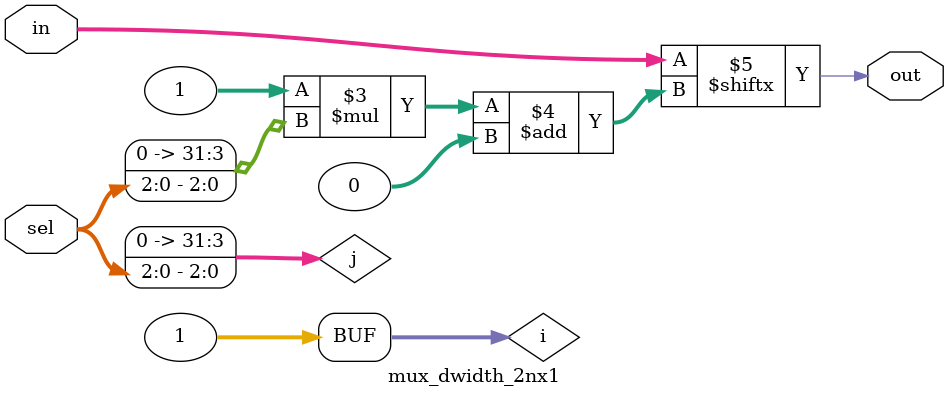
<source format=v>
`timescale 1ns / 1ps

module mux_dwidth_2nx1(in, sel, out);
	parameter n = 3;
	parameter d_width = 1;
	
	input [d_width * 2**n - 1 : 0] in;
	input [n - 1 : 0] sel;
	output reg [d_width - 1 : 0] out;
	integer i, j;
	
	always@(in or sel) begin
		j = sel;
		for(i = 0; i < d_width; i = i + 1)
			out[i] = in[d_width * j + i];
	end

endmodule

</source>
